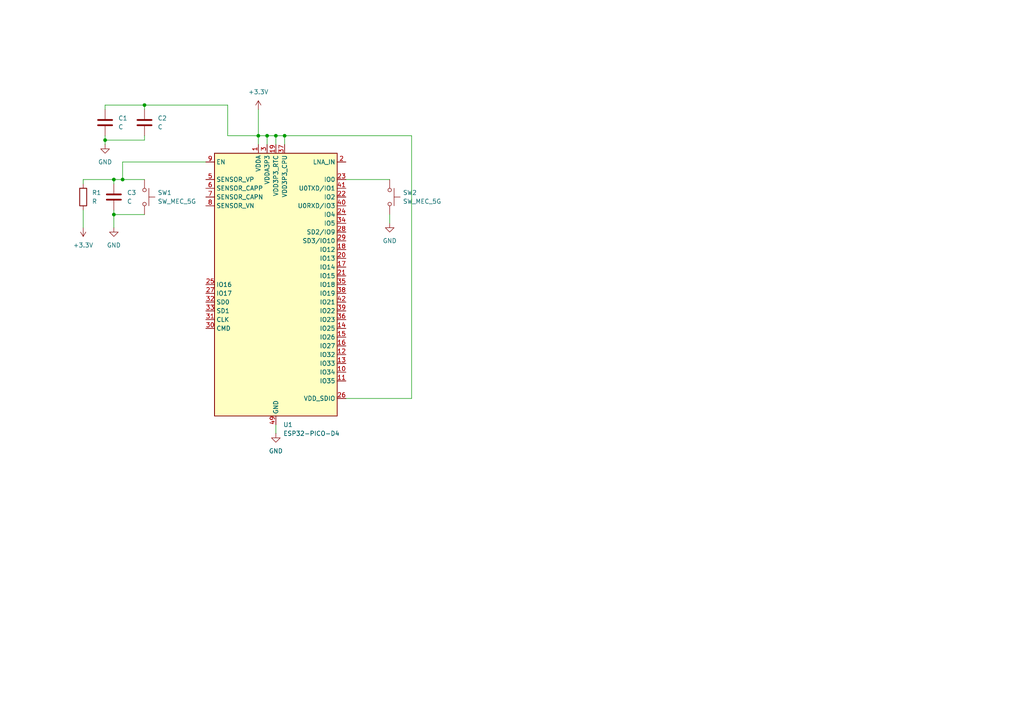
<source format=kicad_sch>
(kicad_sch (version 20250114) (generator "eeschema") (generator_version "9.0")
  (paper "A4")
  (lib_symbols
    (symbol "Device:C" (pin_numbers (hide yes)) (pin_names (offset 0.254))
      (property "Reference" "C" (at 0.635 2.54 0))
      (property "Value" "C" (at 0.635 -2.54 0))
      (symbol "C_0_1"
        (polyline (pts (xy -2.032 0.762) (xy 2.032 0.762)) (stroke (width 0.508)))
        (polyline (pts (xy -2.032 -0.762) (xy 2.032 -0.762)) (stroke (width 0.508)))
      )
      (symbol "C_1_1"
        (pin passive line (at 0 3.81 270) (length 2.794) (name "~") (number "1"))
        (pin passive line (at 0 -3.81 90) (length 2.794) (name "~") (number "2"))
      )
    )
    (symbol "Device:R" (pin_numbers (hide yes)) (pin_names (offset 0))
      (property "Reference" "R" (at 2.032 0 90))
      (property "Value" "R" (at 0 0 90))
      (symbol "R_0_1"
        (rectangle (start -1.016 -2.54) (end 1.016 2.54) (stroke (width 0.254)))
      )
      (symbol "R_1_1"
        (pin passive line (at 0 3.81 270) (length 1.27) (name "~") (number "1"))
        (pin passive line (at 0 -3.81 90) (length 1.27) (name "~") (number "2"))
      )
    )
    (symbol "MCU_Espressif:ESP32-PICO-D4"
      (property "Reference" "U" (at -17.78 39.37 0))
      (property "Value" "ESP32-PICO-D4" (at 3.81 39.37 0))
      (symbol "ESP32-PICO-D4_0_0"
        (pin input line (at -20.32 35.56 0) (length 2.54) (name "EN") (number "9"))
        (pin input line (at -20.32 30.48 0) (length 2.54) (name "SENSOR_VP") (number "5"))
        (pin input line (at -20.32 27.94 0) (length 2.54) (name "SENSOR_CAPP") (number "6"))
        (pin input line (at -20.32 25.4 0) (length 2.54) (name "SENSOR_CAPN") (number "7"))
        (pin input line (at -20.32 22.86 0) (length 2.54) (name "SENSOR_VN") (number "8"))
        (pin bidirectional line (at -20.32 0 0) (length 2.54) (name "IO16") (number "25"))
        (pin bidirectional line (at -20.32 -2.54 0) (length 2.54) (name "IO17") (number "27"))
        (pin bidirectional line (at -20.32 -5.08 0) (length 2.54) (name "SD0") (number "32"))
        (pin bidirectional line (at -20.32 -7.62 0) (length 2.54) (name "SD1") (number "33"))
        (pin bidirectional line (at -20.32 -10.16 0) (length 2.54) (name "CLK") (number "31"))
        (pin bidirectional line (at -20.32 -12.7 0) (length 2.54) (name "CMD") (number "30"))
        (pin no_connect line (at -17.78 -25.4 0) (length 2.54) (hide yes) (name "XTAL_N_NC") (number "44"))
        (pin no_connect line (at -17.78 -27.94 0) (length 2.54) (hide yes) (name "XTAL_P_NC") (number "45"))
        (pin no_connect line (at -17.78 -30.48 0) (length 2.54) (hide yes) (name "CAP2_NC") (number "47"))
        (pin no_connect line (at -17.78 -33.02 0) (length 2.54) (hide yes) (name "CAP1_NC") (number "48"))
        (pin power_in line (at -5.08 40.64 270) (length 2.54) (name "VDDA") (number "1"))
        (pin passive line (at -5.08 40.64 270) (length 2.54) (hide yes) (name "VDDA") (number "43"))
        (pin passive line (at -5.08 40.64 270) (length 2.54) (hide yes) (name "VDDA") (number "46"))
        (pin power_in line (at -2.54 40.64 270) (length 2.54) (name "VDDA3P3") (number "3"))
        (pin passive line (at -2.54 40.64 270) (length 2.54) (hide yes) (name "VDDA3P3") (number "4"))
        (pin power_in line (at 0 40.64 270) (length 2.54) (name "VDD3P3_RTC") (number "19"))
        (pin power_in line (at 0 -40.64 90) (length 2.54) (name "GND") (number "49"))
        (pin power_in line (at 2.54 40.64 270) (length 2.54) (name "VDD3P3_CPU") (number "37"))
        (pin bidirectional line (at 20.32 35.56 180) (length 2.54) (name "LNA_IN") (number "2"))
        (pin bidirectional line (at 20.32 30.48 180) (length 2.54) (name "IO0") (number "23"))
        (pin bidirectional line (at 20.32 27.94 180) (length 2.54) (name "U0TXD/IO1") (number "41"))
        (pin bidirectional line (at 20.32 25.4 180) (length 2.54) (name "IO2") (number "22"))
        (pin bidirectional line (at 20.32 22.86 180) (length 2.54) (name "U0RXD/IO3") (number "40"))
        (pin bidirectional line (at 20.32 20.32 180) (length 2.54) (name "IO4") (number "24"))
        (pin bidirectional line (at 20.32 17.78 180) (length 2.54) (name "IO5") (number "34"))
        (pin bidirectional line (at 20.32 15.24 180) (length 2.54) (name "SD2/IO9") (number "28"))
        (pin bidirectional line (at 20.32 12.7 180) (length 2.54) (name "SD3/IO10") (number "29"))
        (pin bidirectional line (at 20.32 10.16 180) (length 2.54) (name "IO12") (number "18"))
        (pin bidirectional line (at 20.32 7.62 180) (length 2.54) (name "IO13") (number "20"))
        (pin bidirectional line (at 20.32 5.08 180) (length 2.54) (name "IO14") (number "17"))
        (pin bidirectional line (at 20.32 2.54 180) (length 2.54) (name "IO15") (number "21"))
        (pin bidirectional line (at 20.32 0 180) (length 2.54) (name "IO18") (number "35"))
        (pin bidirectional line (at 20.32 -2.54 180) (length 2.54) (name "IO19") (number "38"))
        (pin bidirectional line (at 20.32 -5.08 180) (length 2.54) (name "IO21") (number "42"))
        (pin bidirectional line (at 20.32 -7.62 180) (length 2.54) (name "IO22") (number "39"))
        (pin bidirectional line (at 20.32 -10.16 180) (length 2.54) (name "IO23") (number "36"))
        (pin bidirectional line (at 20.32 -12.7 180) (length 2.54) (name "IO25") (number "14"))
        (pin bidirectional line (at 20.32 -15.24 180) (length 2.54) (name "IO26") (number "15"))
        (pin bidirectional line (at 20.32 -17.78 180) (length 2.54) (name "IO27") (number "16"))
        (pin bidirectional line (at 20.32 -20.32 180) (length 2.54) (name "IO32") (number "12"))
        (pin bidirectional line (at 20.32 -22.86 180) (length 2.54) (name "IO33") (number "13"))
        (pin input line (at 20.32 -25.4 180) (length 2.54) (name "IO34") (number "10"))
        (pin input line (at 20.32 -27.94 180) (length 2.54) (name "IO35") (number "11"))
        (pin power_out line (at 20.32 -33.02 180) (length 2.54) (name "VDD_SDIO") (number "26"))
      )
      (symbol "ESP32-PICO-D4_0_1"
        (rectangle (start -17.78 38.1) (end 17.78 -38.1) (stroke (width 0.254)) (fill (type background)))
      )
    )
    (symbol "Switch:SW_MEC_5G" (pin_numbers (hide yes)) (pin_names (offset 1.016) (hide yes))
      (property "Reference" "SW" (at 1.27 2.54 0))
      (property "Value" "SW_MEC_5G" (at 0 -1.524 0))
      (symbol "SW_MEC_5G_0_1"
        (circle (center -2.032 0) (radius 0.508))
        (polyline (pts (xy 0 1.27) (xy 0 3.048)))
        (circle (center 2.032 0) (radius 0.508))
        (polyline (pts (xy 2.54 1.27) (xy -2.54 1.27)))
        (pin passive line (at -5.08 0 0) (length 2.54) (name "A") (number "1"))
        (pin passive line (at 5.08 0 180) (length 2.54) (name "B") (number "3"))
      )
      (symbol "SW_MEC_5G_1_1"
        (pin passive line (at -5.08 0 0) (length 2.54) (hide yes) (name "A") (number "2"))
        (pin passive line (at 5.08 0 180) (length 2.54) (hide yes) (name "B") (number "4"))
      )
    )
    (symbol "power:+3.3V" (power) (pin_numbers (hide yes)) (pin_names (offset 0) (hide yes))
      (property "Value" "+3.3V" (at 0 3.556 0))
      (symbol "+3.3V_0_1"
        (polyline (pts (xy -0.762 1.27) (xy 0 2.54)))
        (polyline (pts (xy 0 2.54) (xy 0.762 1.27)))
        (polyline (pts (xy 0 0) (xy 0 2.54)))
      )
      (symbol "+3.3V_1_1"
        (pin power_in line (at 0 0 90) (length 0) (name "~") (number "1"))
      )
    )
    (symbol "power:GND" (power) (pin_numbers (hide yes)) (pin_names (offset 0) (hide yes))
      (property "Value" "GND" (at 0 -3.81 0))
      (symbol "GND_0_1"
        (polyline (pts (xy 0 0) (xy 0 -1.27) (xy 1.27 -1.27) (xy 0 -2.54) (xy -1.27 -1.27) (xy 0 -1.27)))
      )
      (symbol "GND_1_1"
        (pin power_in line (at 0 0 270) (length 0) (name "~") (number "1"))
      )
    )
  )
  (junction (at 77.47 39.37))
  (junction (at 35.56 52.07))
  (junction (at 41.91 30.48))
  (junction (at 80.01 39.37))
  (junction (at 30.48 40.64))
  (junction (at 74.93 39.37))
  (junction (at 33.02 52.07))
  (junction (at 33.02 62.23))
  (junction (at 82.55 39.37))
  (wire (pts (xy 24.13 60.96) (xy 24.13 66.04)))
  (wire (pts (xy 33.02 62.23) (xy 41.91 62.23)))
  (wire (pts (xy 41.91 39.37) (xy 41.91 40.64)))
  (wire (pts (xy 24.13 53.34) (xy 24.13 52.07)))
  (wire (pts (xy 74.93 31.75) (xy 74.93 39.37)))
  (wire (pts (xy 30.48 39.37) (xy 30.48 40.64)))
  (wire (pts (xy 59.69 46.99) (xy 35.56 46.99)))
  (wire (pts (xy 30.48 40.64) (xy 30.48 41.91)))
  (wire (pts (xy 24.13 52.07) (xy 33.02 52.07)))
  (wire (pts (xy 30.48 40.64) (xy 41.91 40.64)))
  (wire (pts (xy 30.48 31.75) (xy 30.48 30.48)))
  (wire (pts (xy 35.56 52.07) (xy 41.91 52.07)))
  (wire (pts (xy 80.01 39.37) (xy 82.55 39.37)))
  (wire (pts (xy 74.93 39.37) (xy 74.93 41.91)))
  (wire (pts (xy 100.33 52.07) (xy 113.03 52.07)))
  (wire (pts (xy 74.93 39.37) (xy 77.47 39.37)))
  (wire (pts (xy 41.91 30.48) (xy 41.91 31.75)))
  (wire (pts (xy 119.38 115.57) (xy 119.38 39.37)))
  (wire (pts (xy 33.02 60.96) (xy 33.02 62.23)))
  (wire (pts (xy 80.01 39.37) (xy 80.01 41.91)))
  (wire (pts (xy 77.47 39.37) (xy 77.47 41.91)))
  (wire (pts (xy 30.48 30.48) (xy 41.91 30.48)))
  (wire (pts (xy 66.04 30.48) (xy 66.04 39.37)))
  (wire (pts (xy 77.47 39.37) (xy 80.01 39.37)))
  (wire (pts (xy 41.91 30.48) (xy 66.04 30.48)))
  (wire (pts (xy 100.33 115.57) (xy 119.38 115.57)))
  (wire (pts (xy 66.04 39.37) (xy 74.93 39.37)))
  (wire (pts (xy 119.38 39.37) (xy 82.55 39.37)))
  (wire (pts (xy 33.02 62.23) (xy 33.02 66.04)))
  (wire (pts (xy 33.02 53.34) (xy 33.02 52.07)))
  (wire (pts (xy 33.02 52.07) (xy 35.56 52.07)))
  (wire (pts (xy 82.55 41.91) (xy 82.55 39.37)))
  (wire (pts (xy 113.03 62.23) (xy 113.03 64.77)))
  (wire (pts (xy 35.56 46.99) (xy 35.56 52.07)))
  (wire (pts (xy 80.01 123.19) (xy 80.01 125.73)))
  (symbol (lib_id "MCU_Espressif:ESP32-PICO-D4") (at 80.01 82.55 0) (unit 1)
    (property "Reference" "U1" (at 82.1533 123.19 0) (effects (justify left)))
    (property "Value" "ESP32-PICO-D4" (at 82.1533 125.73 0) (effects (justify left)))
    (property "Footprint" "Package_DFN_QFN:QFN-48-1EP_7x7mm_P0.5mm_EP5.3x5.3mm" (effects (hide yes)))
    (property "Datasheet" "https://www.espressif.com/sites/default/files/documentation/esp32-pico-d4_datasheet_en.pdf" (effects (hide yes)))
    (property "Description" "RF Module, ESP32 SoC, Wi-Fi 802.11b/g/n, Bluetooth, BLE, 32-bit, 2.7-3.6V, external antenna, QFN-48" (effects (hide yes)))
  )
  (symbol (lib_id "Switch:SW_MEC_5G") (at 41.91 57.15 270) (unit 1)
    (property "Reference" "SW1" (at 45.72 55.8799 90) (effects (justify left)))
    (property "Value" "SW_MEC_5G" (at 45.72 58.4199 90) (effects (justify left)))
    (property "Datasheet" "http://www.apem.com/int/index.php?controller=attachment&id_attachment=488" (effects (hide yes)))
    (property "Description" "MEC 5G single pole normally-open tactile switch" (effects (hide yes)))
  )
  (symbol (lib_id "power:+3.3V") (at 24.13 66.04 180) (unit 1)
    (property "Reference" "#PWR04" (effects (hide yes)))
    (property "Value" "+3.3V" (at 24.13 71.12 0))
    (property "Description" "Power symbol creates a global label with name \"+3.3V\"" (effects (hide yes)))
  )
  (symbol (lib_id "power:GND") (at 80.01 125.73 0) (unit 1)
    (property "Reference" "#PWR01" (effects (hide yes)))
    (property "Value" "GND" (at 80.01 130.81 0))
    (property "Description" "Power symbol creates a global label with name \"GND\" , ground" (effects (hide yes)))
  )
  (symbol (lib_id "Switch:SW_MEC_5G") (at 113.03 57.15 270) (unit 1)
    (property "Reference" "SW2" (at 116.84 55.8799 90) (effects (justify left)))
    (property "Value" "SW_MEC_5G" (at 116.84 58.4199 90) (effects (justify left)))
    (property "Datasheet" "http://www.apem.com/int/index.php?controller=attachment&id_attachment=488" (effects (hide yes)))
    (property "Description" "MEC 5G single pole normally-open tactile switch" (effects (hide yes)))
  )
  (symbol (lib_id "Device:C") (at 33.02 57.15 0) (unit 1)
    (property "Reference" "C3" (at 36.83 55.8799 0) (effects (justify left)))
    (property "Value" "C" (at 36.83 58.4199 0) (effects (justify left)))
    (property "Description" "Unpolarized capacitor" (effects (hide yes)))
  )
  (symbol (lib_id "Device:R") (at 24.13 57.15 0) (unit 1)
    (property "Reference" "R1" (at 26.67 55.8799 0) (effects (justify left)))
    (property "Value" "R" (at 26.67 58.4199 0) (effects (justify left)))
    (property "Description" "Resistor" (effects (hide yes)))
  )
  (symbol (lib_id "power:GND") (at 113.03 64.77 0) (unit 1)
    (property "Reference" "#PWR06" (effects (hide yes)))
    (property "Value" "GND" (at 113.03 69.85 0))
    (property "Description" "Power symbol creates a global label with name \"GND\" , ground" (effects (hide yes)))
  )
  (symbol (lib_id "Device:C") (at 41.91 35.56 0) (unit 1)
    (property "Reference" "C2" (at 45.72 34.2899 0) (effects (justify left)))
    (property "Value" "C" (at 45.72 36.8299 0) (effects (justify left)))
    (property "Description" "Unpolarized capacitor" (effects (hide yes)))
  )
  (symbol (lib_id "Device:C") (at 30.48 35.56 0) (unit 1)
    (property "Reference" "C1" (at 34.29 34.2899 0) (effects (justify left)))
    (property "Value" "C" (at 34.29 36.8299 0) (effects (justify left)))
    (property "Description" "Unpolarized capacitor" (effects (hide yes)))
  )
  (symbol (lib_id "power:+3.3V") (at 74.93 31.75 0) (unit 1)
    (property "Reference" "#PWR02" (effects (hide yes)))
    (property "Value" "+3.3V" (at 74.93 26.67 0))
    (property "Description" "Power symbol creates a global label with name \"+3.3V\"" (effects (hide yes)))
  )
  (symbol (lib_id "power:GND") (at 33.02 66.04 0) (unit 1)
    (property "Reference" "#PWR05" (effects (hide yes)))
    (property "Value" "GND" (at 33.02 71.12 0))
    (property "Description" "Power symbol creates a global label with name \"GND\" , ground" (effects (hide yes)))
  )
  (symbol (lib_id "power:GND") (at 30.48 41.91 0) (unit 1)
    (property "Reference" "#PWR03" (effects (hide yes)))
    (property "Value" "GND" (at 30.48 46.99 0))
    (property "Description" "Power symbol creates a global label with name \"GND\" , ground" (effects (hide yes)))
  )
)
</source>
